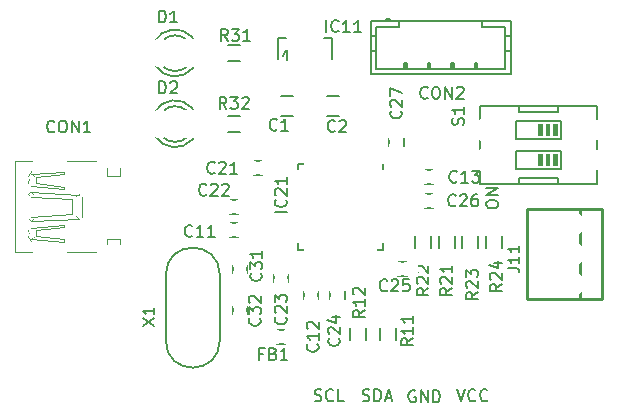
<source format=gto>
%TF.GenerationSoftware,KiCad,Pcbnew,4.0.1-stable*%
%TF.CreationDate,2016-10-12T20:15:11+09:00*%
%TF.ProjectId,I2C_MASTER,4932435F4D41535445522E6B69636164,rev?*%
%TF.FileFunction,Legend,Top*%
%FSLAX46Y46*%
G04 Gerber Fmt 4.6, Leading zero omitted, Abs format (unit mm)*
G04 Created by KiCad (PCBNEW 4.0.1-stable) date 10/12/16 20:15:11*
%MOMM*%
G01*
G04 APERTURE LIST*
%ADD10C,0.150000*%
%ADD11C,0.152400*%
%ADD12C,0.101600*%
%ADD13C,0.254000*%
%ADD14C,0.160000*%
%ADD15C,0.142240*%
%ADD16C,3.600000*%
%ADD17R,1.600000X1.150000*%
%ADD18R,1.400760X1.901140*%
%ADD19R,2.398980X3.399740*%
%ADD20R,0.650000X1.100000*%
%ADD21R,1.100000X0.650000*%
%ADD22R,1.687500X1.687500*%
%ADD23C,1.822400*%
%ADD24C,2.398980*%
%ADD25R,1.400000X1.650000*%
%ADD26R,1.200000X1.150000*%
%ADD27R,1.150000X1.200000*%
%ADD28R,1.300000X0.900000*%
%ADD29O,3.416000X1.908000*%
%ADD30R,2.400000X2.400000*%
%ADD31C,2.400000*%
%ADD32R,0.900000X1.300000*%
%ADD33C,1.299160*%
%ADD34R,2.899360X2.398980*%
%ADD35R,3.699460X2.398980*%
%ADD36R,3.498800X0.897840*%
%ADD37R,1.600000X2.100000*%
%ADD38O,1.600000X2.100000*%
G04 APERTURE END LIST*
D10*
X20650000Y-27400000D02*
X21350000Y-27400000D01*
X21350000Y-28600000D02*
X20650000Y-28600000D01*
X21100080Y-4200660D02*
X21349000Y-3900940D01*
X21349000Y-3900940D02*
X21450600Y-3751080D01*
X21450600Y-3751080D02*
X21450600Y-4599440D01*
X20749560Y-2699520D02*
X20749560Y-4500380D01*
X20749560Y-2699520D02*
X21399800Y-2699520D01*
X25250440Y-2699520D02*
X25250440Y-4500380D01*
X25250440Y-2699520D02*
X24600200Y-2699520D01*
X29625000Y-20625000D02*
X29100000Y-20625000D01*
X22375000Y-13375000D02*
X22900000Y-13375000D01*
X22375000Y-20625000D02*
X22900000Y-20625000D01*
X29625000Y-13375000D02*
X29625000Y-13900000D01*
X22375000Y-13375000D02*
X22375000Y-13900000D01*
X22375000Y-20625000D02*
X22375000Y-20100000D01*
X29625000Y-20625000D02*
X29625000Y-20100000D01*
X11214000Y-28334000D02*
G75*
G03X15786000Y-28334000I2286000J0D01*
G01*
X15786000Y-22746000D02*
G75*
G03X11214000Y-22746000I-2286000J0D01*
G01*
X11214000Y-22746000D02*
X11214000Y-28334000D01*
X15786000Y-22746000D02*
X15786000Y-28334000D01*
X21000000Y-9350000D02*
X22000000Y-9350000D01*
X22000000Y-7650000D02*
X21000000Y-7650000D01*
X25900000Y-7650000D02*
X24900000Y-7650000D01*
X24900000Y-9350000D02*
X25900000Y-9350000D01*
X17350000Y-19600000D02*
X16650000Y-19600000D01*
X16650000Y-18400000D02*
X17350000Y-18400000D01*
X22900000Y-24850000D02*
X22900000Y-24150000D01*
X24100000Y-24150000D02*
X24100000Y-24850000D01*
X33850000Y-15100000D02*
X33150000Y-15100000D01*
X33150000Y-13900000D02*
X33850000Y-13900000D01*
X19350000Y-14350000D02*
X18650000Y-14350000D01*
X18650000Y-13150000D02*
X19350000Y-13150000D01*
X17350000Y-17600000D02*
X16650000Y-17600000D01*
X16650000Y-16400000D02*
X17350000Y-16400000D01*
X21600000Y-22650000D02*
X21600000Y-23350000D01*
X20400000Y-23350000D02*
X20400000Y-22650000D01*
X25150000Y-24850000D02*
X25150000Y-24150000D01*
X26350000Y-24150000D02*
X26350000Y-24850000D01*
X30900000Y-21650000D02*
X31600000Y-21650000D01*
X31600000Y-22850000D02*
X30900000Y-22850000D01*
X33850000Y-17100000D02*
X33150000Y-17100000D01*
X33150000Y-15900000D02*
X33850000Y-15900000D01*
X31350000Y-11150000D02*
X31350000Y-11850000D01*
X30150000Y-11850000D02*
X30150000Y-11150000D01*
X16900000Y-22600000D02*
X16900000Y-21900000D01*
X18100000Y-21900000D02*
X18100000Y-22600000D01*
X18100000Y-25400000D02*
X18100000Y-26100000D01*
X16900000Y-26100000D02*
X16900000Y-25400000D01*
X30675000Y-27250000D02*
X30675000Y-28250000D01*
X29325000Y-28250000D02*
X29325000Y-27250000D01*
X28175000Y-27250000D02*
X28175000Y-28250000D01*
X26825000Y-28250000D02*
X26825000Y-27250000D01*
X34325000Y-20500000D02*
X34325000Y-19500000D01*
X35675000Y-19500000D02*
X35675000Y-20500000D01*
X32325000Y-20500000D02*
X32325000Y-19500000D01*
X33675000Y-19500000D02*
X33675000Y-20500000D01*
D11*
X47703000Y-15052000D02*
X47703000Y-8448000D01*
X37797000Y-8448000D02*
X37797000Y-15052000D01*
X37797000Y-15052000D02*
X41099000Y-15052000D01*
X44401000Y-15052000D02*
X44401000Y-14544000D01*
X44401000Y-14544000D02*
X41099000Y-14544000D01*
X41099000Y-14544000D02*
X41099000Y-15052000D01*
X44401000Y-15052000D02*
X47703000Y-15052000D01*
X41099000Y-15052000D02*
X44401000Y-15052000D01*
X47703000Y-8448000D02*
X44401000Y-8448000D01*
X41099000Y-8448000D02*
X41099000Y-8956000D01*
X41099000Y-8956000D02*
X44401000Y-8956000D01*
X44401000Y-8956000D02*
X44401000Y-8448000D01*
X41099000Y-8448000D02*
X37797000Y-8448000D01*
X44401000Y-8448000D02*
X41099000Y-8448000D01*
X40845000Y-11242000D02*
X44655000Y-11242000D01*
X40845000Y-11242000D02*
X40845000Y-9718000D01*
X44655000Y-9718000D02*
X40845000Y-9718000D01*
X44655000Y-9718000D02*
X44655000Y-11242000D01*
X40845000Y-13782000D02*
X44655000Y-13782000D01*
X40845000Y-13782000D02*
X40845000Y-12258000D01*
X44655000Y-12258000D02*
X40845000Y-12258000D01*
X44655000Y-12258000D02*
X44655000Y-13782000D01*
D10*
G36*
X43131000Y-10988000D02*
X43131000Y-9972000D01*
X42750000Y-9972000D01*
X42750000Y-10988000D01*
X43131000Y-10988000D01*
G37*
G36*
X43766000Y-10988000D02*
X43766000Y-9972000D01*
X43385000Y-9972000D01*
X43385000Y-10988000D01*
X43766000Y-10988000D01*
G37*
G36*
X44401000Y-10988000D02*
X44401000Y-9972000D01*
X44020000Y-9972000D01*
X44020000Y-10988000D01*
X44401000Y-10988000D01*
G37*
G36*
X43131000Y-13528000D02*
X43131000Y-12512000D01*
X42750000Y-12512000D01*
X42750000Y-13528000D01*
X43131000Y-13528000D01*
G37*
G36*
X43766000Y-13528000D02*
X43766000Y-12512000D01*
X43385000Y-12512000D01*
X43385000Y-13528000D01*
X43766000Y-13528000D01*
G37*
G36*
X44401000Y-13528000D02*
X44401000Y-12512000D01*
X44020000Y-12512000D01*
X44020000Y-13528000D01*
X44401000Y-13528000D01*
G37*
X13499000Y-2686000D02*
X13499000Y-2886000D01*
X13499000Y-5280000D02*
X13499000Y-5100000D01*
X10271256Y-4969643D02*
G75*
G03X13499000Y-5286000I1727744J1003643D01*
G01*
X10946994Y-5099068D02*
G75*
G03X13050000Y-5100000I1052006J1133068D01*
G01*
X13486220Y-2659274D02*
G75*
G03X10249000Y-3006000I-1497220J-1306726D01*
G01*
X13012889Y-2886747D02*
G75*
G03X10965000Y-2906000I-1013889J-1079253D01*
G01*
X13499000Y-8686000D02*
X13499000Y-8886000D01*
X13499000Y-11280000D02*
X13499000Y-11100000D01*
X10271256Y-10969643D02*
G75*
G03X13499000Y-11286000I1727744J1003643D01*
G01*
X10946994Y-11099068D02*
G75*
G03X13050000Y-11100000I1052006J1133068D01*
G01*
X13486220Y-8659274D02*
G75*
G03X10249000Y-9006000I-1497220J-1306726D01*
G01*
X13012889Y-8886747D02*
G75*
G03X10965000Y-8906000I-1013889J-1079253D01*
G01*
X16500000Y-3325000D02*
X17500000Y-3325000D01*
X17500000Y-4675000D02*
X16500000Y-4675000D01*
X16500000Y-9325000D02*
X17500000Y-9325000D01*
X17500000Y-10675000D02*
X16500000Y-10675000D01*
D12*
X7338780Y-14401580D02*
X6208480Y-14401580D01*
X-1520740Y-20845560D02*
X-1520740Y-13154440D01*
X7356560Y-19697480D02*
X6208480Y-19697480D01*
X-1518200Y-20840480D02*
X-1518200Y-20840480D01*
X-1518200Y-20840480D02*
X-1518200Y-13159520D01*
X2583900Y-14040900D02*
X-166920Y-14249180D01*
X121925Y-14415029D02*
G75*
G03X-166920Y-14249180I-265985J-128791D01*
G01*
X-107987Y-13986247D02*
G75*
G03X-426000Y-14457460I611627J-755693D01*
G01*
X-327339Y-14711609D02*
G75*
G03X-426000Y-15028960I183279J-230991D01*
G01*
X-166920Y-15237240D02*
X2583900Y-15496320D01*
X2583900Y-15496320D02*
X2583900Y-15288040D01*
X2583900Y-15288040D02*
X196300Y-15028960D01*
X196300Y-15028960D02*
X196300Y-14508260D01*
X196300Y-14508260D02*
X2583900Y-14249180D01*
X2583900Y-14249180D02*
X2583900Y-14040900D01*
X-166920Y-15755400D02*
X3881840Y-15963680D01*
X3653413Y-16145526D02*
G75*
G02X3881840Y-15963680I215727J-36594D01*
G01*
X41360Y-15963680D02*
G75*
G03X-166920Y-15755400I-208280J0D01*
G01*
X-375200Y-15963680D02*
X-375200Y-15963680D01*
X-166920Y-15755400D02*
G75*
G03X-375200Y-15963680I0J-208280D01*
G01*
X-166920Y-16169420D02*
X3259540Y-16377700D01*
X2583900Y-19956560D02*
X-166920Y-19750820D01*
X121925Y-19584971D02*
G75*
G02X-166920Y-19750820I-265985J128791D01*
G01*
X-106567Y-20013318D02*
G75*
G02X-426000Y-19542540I610207J757798D01*
G01*
X-327339Y-19288391D02*
G75*
G02X-426000Y-18971040I183279J230991D01*
G01*
X-166920Y-18762760D02*
X2583900Y-18503680D01*
X2583900Y-18503680D02*
X2583900Y-18711960D01*
X2583900Y-18711960D02*
X196300Y-18971040D01*
X196300Y-18971040D02*
X196300Y-19489200D01*
X196300Y-19489200D02*
X2583900Y-19750820D01*
X2583900Y-19750820D02*
X2583900Y-19956560D01*
X-166920Y-18244600D02*
X3881840Y-18036320D01*
X3653413Y-17854474D02*
G75*
G03X3881840Y-18036320I215727J36594D01*
G01*
X4090120Y-17828040D02*
X4090120Y-16169420D01*
X41360Y-18036320D02*
G75*
G02X-166920Y-18244600I-208280J0D01*
G01*
X-166920Y-18244600D02*
G75*
G02X-375200Y-18036320I0J208280D01*
G01*
X-166920Y-17828040D02*
X3259540Y-17622300D01*
X3259540Y-17622300D02*
X3259540Y-16377700D01*
X-1518200Y-20840480D02*
X-14520Y-20840480D01*
X-1518200Y-13159520D02*
X-14520Y-13159520D01*
X5482040Y-20845560D02*
X2797260Y-20845560D01*
X2848060Y-13154440D02*
X5382980Y-13154440D01*
X7338780Y-13677680D02*
X7338780Y-14401580D01*
X6208480Y-14401580D02*
X6208480Y-13677680D01*
X6208480Y-19697480D02*
X6208480Y-20322320D01*
X7356560Y-20329940D02*
X7356560Y-19697480D01*
D10*
X36325000Y-20500000D02*
X36325000Y-19500000D01*
X37675000Y-19500000D02*
X37675000Y-20500000D01*
X38325000Y-20500000D02*
X38325000Y-19500000D01*
X39675000Y-19500000D02*
X39675000Y-20500000D01*
D13*
X48175000Y-17190000D02*
X48175000Y-24810000D01*
X48175000Y-24810000D02*
X46270000Y-24810000D01*
X46270000Y-24810000D02*
X41825000Y-24810000D01*
X41825000Y-24810000D02*
X41825000Y-17190000D01*
X41825000Y-17190000D02*
X46270000Y-17190000D01*
X46270000Y-17190000D02*
X48175000Y-17190000D01*
X46270000Y-17190000D02*
X46270000Y-24810000D01*
D10*
X28550000Y-5800000D02*
X28550000Y-1300000D01*
X28550000Y-1300000D02*
X40450000Y-1300000D01*
X40450000Y-1300000D02*
X40450000Y-5800000D01*
X40450000Y-5800000D02*
X28550000Y-5800000D01*
X31000000Y-1300000D02*
X31000000Y-1800000D01*
X31000000Y-1800000D02*
X29050000Y-1800000D01*
X29050000Y-1800000D02*
X29050000Y-5300000D01*
X29050000Y-5300000D02*
X39950000Y-5300000D01*
X39950000Y-5300000D02*
X39950000Y-1800000D01*
X39950000Y-1800000D02*
X38000000Y-1800000D01*
X38000000Y-1800000D02*
X38000000Y-1300000D01*
X28550000Y-2500000D02*
X29050000Y-2500000D01*
X28550000Y-3800000D02*
X29050000Y-3800000D01*
X39950000Y-2500000D02*
X40450000Y-2500000D01*
X39950000Y-3800000D02*
X40450000Y-3800000D01*
X30200000Y-1300000D02*
X30200000Y-1100000D01*
X30200000Y-1100000D02*
X29900000Y-1100000D01*
X29900000Y-1100000D02*
X29900000Y-1300000D01*
X30200000Y-1200000D02*
X29900000Y-1200000D01*
X31400000Y-5300000D02*
X31400000Y-4800000D01*
X31400000Y-4800000D02*
X31600000Y-4800000D01*
X31600000Y-4800000D02*
X31600000Y-5300000D01*
X31500000Y-5300000D02*
X31500000Y-4800000D01*
X33400000Y-5300000D02*
X33400000Y-4800000D01*
X33400000Y-4800000D02*
X33600000Y-4800000D01*
X33600000Y-4800000D02*
X33600000Y-5300000D01*
X33500000Y-5300000D02*
X33500000Y-4800000D01*
X35400000Y-5300000D02*
X35400000Y-4800000D01*
X35400000Y-4800000D02*
X35600000Y-4800000D01*
X35600000Y-4800000D02*
X35600000Y-5300000D01*
X35500000Y-5300000D02*
X35500000Y-4800000D01*
X37400000Y-5300000D02*
X37400000Y-4800000D01*
X37400000Y-4800000D02*
X37600000Y-4800000D01*
X37600000Y-4800000D02*
X37600000Y-5300000D01*
X37500000Y-5300000D02*
X37500000Y-4800000D01*
X19466667Y-29428571D02*
X19133333Y-29428571D01*
X19133333Y-29952381D02*
X19133333Y-28952381D01*
X19609524Y-28952381D01*
X20323810Y-29428571D02*
X20466667Y-29476190D01*
X20514286Y-29523810D01*
X20561905Y-29619048D01*
X20561905Y-29761905D01*
X20514286Y-29857143D01*
X20466667Y-29904762D01*
X20371429Y-29952381D01*
X19990476Y-29952381D01*
X19990476Y-28952381D01*
X20323810Y-28952381D01*
X20419048Y-29000000D01*
X20466667Y-29047619D01*
X20514286Y-29142857D01*
X20514286Y-29238095D01*
X20466667Y-29333333D01*
X20419048Y-29380952D01*
X20323810Y-29428571D01*
X19990476Y-29428571D01*
X21514286Y-29952381D02*
X20942857Y-29952381D01*
X21228571Y-29952381D02*
X21228571Y-28952381D01*
X21133333Y-29095238D01*
X21038095Y-29190476D01*
X20942857Y-29238095D01*
X24797619Y-2202381D02*
X24797619Y-1202381D01*
X25845238Y-2107143D02*
X25797619Y-2154762D01*
X25654762Y-2202381D01*
X25559524Y-2202381D01*
X25416666Y-2154762D01*
X25321428Y-2059524D01*
X25273809Y-1964286D01*
X25226190Y-1773810D01*
X25226190Y-1630952D01*
X25273809Y-1440476D01*
X25321428Y-1345238D01*
X25416666Y-1250000D01*
X25559524Y-1202381D01*
X25654762Y-1202381D01*
X25797619Y-1250000D01*
X25845238Y-1297619D01*
X26797619Y-2202381D02*
X26226190Y-2202381D01*
X26511904Y-2202381D02*
X26511904Y-1202381D01*
X26416666Y-1345238D01*
X26321428Y-1440476D01*
X26226190Y-1488095D01*
X27750000Y-2202381D02*
X27178571Y-2202381D01*
X27464285Y-2202381D02*
X27464285Y-1202381D01*
X27369047Y-1345238D01*
X27273809Y-1440476D01*
X27178571Y-1488095D01*
X21452381Y-17452381D02*
X20452381Y-17452381D01*
X21357143Y-16404762D02*
X21404762Y-16452381D01*
X21452381Y-16595238D01*
X21452381Y-16690476D01*
X21404762Y-16833334D01*
X21309524Y-16928572D01*
X21214286Y-16976191D01*
X21023810Y-17023810D01*
X20880952Y-17023810D01*
X20690476Y-16976191D01*
X20595238Y-16928572D01*
X20500000Y-16833334D01*
X20452381Y-16690476D01*
X20452381Y-16595238D01*
X20500000Y-16452381D01*
X20547619Y-16404762D01*
X20547619Y-16023810D02*
X20500000Y-15976191D01*
X20452381Y-15880953D01*
X20452381Y-15642857D01*
X20500000Y-15547619D01*
X20547619Y-15500000D01*
X20642857Y-15452381D01*
X20738095Y-15452381D01*
X20880952Y-15500000D01*
X21452381Y-16071429D01*
X21452381Y-15452381D01*
X21452381Y-14500000D02*
X21452381Y-15071429D01*
X21452381Y-14785715D02*
X20452381Y-14785715D01*
X20595238Y-14880953D01*
X20690476Y-14976191D01*
X20738095Y-15071429D01*
X9252381Y-27109524D02*
X10252381Y-26442857D01*
X9252381Y-26442857D02*
X10252381Y-27109524D01*
X10252381Y-25538095D02*
X10252381Y-26109524D01*
X10252381Y-25823810D02*
X9252381Y-25823810D01*
X9395238Y-25919048D01*
X9490476Y-26014286D01*
X9538095Y-26109524D01*
X23809524Y-33404762D02*
X23952381Y-33452381D01*
X24190477Y-33452381D01*
X24285715Y-33404762D01*
X24333334Y-33357143D01*
X24380953Y-33261905D01*
X24380953Y-33166667D01*
X24333334Y-33071429D01*
X24285715Y-33023810D01*
X24190477Y-32976190D01*
X24000000Y-32928571D01*
X23904762Y-32880952D01*
X23857143Y-32833333D01*
X23809524Y-32738095D01*
X23809524Y-32642857D01*
X23857143Y-32547619D01*
X23904762Y-32500000D01*
X24000000Y-32452381D01*
X24238096Y-32452381D01*
X24380953Y-32500000D01*
X25380953Y-33357143D02*
X25333334Y-33404762D01*
X25190477Y-33452381D01*
X25095239Y-33452381D01*
X24952381Y-33404762D01*
X24857143Y-33309524D01*
X24809524Y-33214286D01*
X24761905Y-33023810D01*
X24761905Y-32880952D01*
X24809524Y-32690476D01*
X24857143Y-32595238D01*
X24952381Y-32500000D01*
X25095239Y-32452381D01*
X25190477Y-32452381D01*
X25333334Y-32500000D01*
X25380953Y-32547619D01*
X26285715Y-33452381D02*
X25809524Y-33452381D01*
X25809524Y-32452381D01*
X27885714Y-33404762D02*
X28028571Y-33452381D01*
X28266667Y-33452381D01*
X28361905Y-33404762D01*
X28409524Y-33357143D01*
X28457143Y-33261905D01*
X28457143Y-33166667D01*
X28409524Y-33071429D01*
X28361905Y-33023810D01*
X28266667Y-32976190D01*
X28076190Y-32928571D01*
X27980952Y-32880952D01*
X27933333Y-32833333D01*
X27885714Y-32738095D01*
X27885714Y-32642857D01*
X27933333Y-32547619D01*
X27980952Y-32500000D01*
X28076190Y-32452381D01*
X28314286Y-32452381D01*
X28457143Y-32500000D01*
X28885714Y-33452381D02*
X28885714Y-32452381D01*
X29123809Y-32452381D01*
X29266667Y-32500000D01*
X29361905Y-32595238D01*
X29409524Y-32690476D01*
X29457143Y-32880952D01*
X29457143Y-33023810D01*
X29409524Y-33214286D01*
X29361905Y-33309524D01*
X29266667Y-33404762D01*
X29123809Y-33452381D01*
X28885714Y-33452381D01*
X29838095Y-33166667D02*
X30314286Y-33166667D01*
X29742857Y-33452381D02*
X30076190Y-32452381D01*
X30409524Y-33452381D01*
X35866667Y-32452381D02*
X36200000Y-33452381D01*
X36533334Y-32452381D01*
X37438096Y-33357143D02*
X37390477Y-33404762D01*
X37247620Y-33452381D01*
X37152382Y-33452381D01*
X37009524Y-33404762D01*
X36914286Y-33309524D01*
X36866667Y-33214286D01*
X36819048Y-33023810D01*
X36819048Y-32880952D01*
X36866667Y-32690476D01*
X36914286Y-32595238D01*
X37009524Y-32500000D01*
X37152382Y-32452381D01*
X37247620Y-32452381D01*
X37390477Y-32500000D01*
X37438096Y-32547619D01*
X38438096Y-33357143D02*
X38390477Y-33404762D01*
X38247620Y-33452381D01*
X38152382Y-33452381D01*
X38009524Y-33404762D01*
X37914286Y-33309524D01*
X37866667Y-33214286D01*
X37819048Y-33023810D01*
X37819048Y-32880952D01*
X37866667Y-32690476D01*
X37914286Y-32595238D01*
X38009524Y-32500000D01*
X38152382Y-32452381D01*
X38247620Y-32452381D01*
X38390477Y-32500000D01*
X38438096Y-32547619D01*
X32338096Y-32600000D02*
X32242858Y-32552381D01*
X32100001Y-32552381D01*
X31957143Y-32600000D01*
X31861905Y-32695238D01*
X31814286Y-32790476D01*
X31766667Y-32980952D01*
X31766667Y-33123810D01*
X31814286Y-33314286D01*
X31861905Y-33409524D01*
X31957143Y-33504762D01*
X32100001Y-33552381D01*
X32195239Y-33552381D01*
X32338096Y-33504762D01*
X32385715Y-33457143D01*
X32385715Y-33123810D01*
X32195239Y-33123810D01*
X32814286Y-33552381D02*
X32814286Y-32552381D01*
X33385715Y-33552381D01*
X33385715Y-32552381D01*
X33861905Y-33552381D02*
X33861905Y-32552381D01*
X34100000Y-32552381D01*
X34242858Y-32600000D01*
X34338096Y-32695238D01*
X34385715Y-32790476D01*
X34433334Y-32980952D01*
X34433334Y-33123810D01*
X34385715Y-33314286D01*
X34338096Y-33409524D01*
X34242858Y-33504762D01*
X34100000Y-33552381D01*
X33861905Y-33552381D01*
X20633334Y-10457143D02*
X20585715Y-10504762D01*
X20442858Y-10552381D01*
X20347620Y-10552381D01*
X20204762Y-10504762D01*
X20109524Y-10409524D01*
X20061905Y-10314286D01*
X20014286Y-10123810D01*
X20014286Y-9980952D01*
X20061905Y-9790476D01*
X20109524Y-9695238D01*
X20204762Y-9600000D01*
X20347620Y-9552381D01*
X20442858Y-9552381D01*
X20585715Y-9600000D01*
X20633334Y-9647619D01*
X21585715Y-10552381D02*
X21014286Y-10552381D01*
X21300000Y-10552381D02*
X21300000Y-9552381D01*
X21204762Y-9695238D01*
X21109524Y-9790476D01*
X21014286Y-9838095D01*
X25533334Y-10557143D02*
X25485715Y-10604762D01*
X25342858Y-10652381D01*
X25247620Y-10652381D01*
X25104762Y-10604762D01*
X25009524Y-10509524D01*
X24961905Y-10414286D01*
X24914286Y-10223810D01*
X24914286Y-10080952D01*
X24961905Y-9890476D01*
X25009524Y-9795238D01*
X25104762Y-9700000D01*
X25247620Y-9652381D01*
X25342858Y-9652381D01*
X25485715Y-9700000D01*
X25533334Y-9747619D01*
X25914286Y-9747619D02*
X25961905Y-9700000D01*
X26057143Y-9652381D01*
X26295239Y-9652381D01*
X26390477Y-9700000D01*
X26438096Y-9747619D01*
X26485715Y-9842857D01*
X26485715Y-9938095D01*
X26438096Y-10080952D01*
X25866667Y-10652381D01*
X26485715Y-10652381D01*
X13457143Y-19457143D02*
X13409524Y-19504762D01*
X13266667Y-19552381D01*
X13171429Y-19552381D01*
X13028571Y-19504762D01*
X12933333Y-19409524D01*
X12885714Y-19314286D01*
X12838095Y-19123810D01*
X12838095Y-18980952D01*
X12885714Y-18790476D01*
X12933333Y-18695238D01*
X13028571Y-18600000D01*
X13171429Y-18552381D01*
X13266667Y-18552381D01*
X13409524Y-18600000D01*
X13457143Y-18647619D01*
X14409524Y-19552381D02*
X13838095Y-19552381D01*
X14123809Y-19552381D02*
X14123809Y-18552381D01*
X14028571Y-18695238D01*
X13933333Y-18790476D01*
X13838095Y-18838095D01*
X15361905Y-19552381D02*
X14790476Y-19552381D01*
X15076190Y-19552381D02*
X15076190Y-18552381D01*
X14980952Y-18695238D01*
X14885714Y-18790476D01*
X14790476Y-18838095D01*
X24057143Y-28642857D02*
X24104762Y-28690476D01*
X24152381Y-28833333D01*
X24152381Y-28928571D01*
X24104762Y-29071429D01*
X24009524Y-29166667D01*
X23914286Y-29214286D01*
X23723810Y-29261905D01*
X23580952Y-29261905D01*
X23390476Y-29214286D01*
X23295238Y-29166667D01*
X23200000Y-29071429D01*
X23152381Y-28928571D01*
X23152381Y-28833333D01*
X23200000Y-28690476D01*
X23247619Y-28642857D01*
X24152381Y-27690476D02*
X24152381Y-28261905D01*
X24152381Y-27976191D02*
X23152381Y-27976191D01*
X23295238Y-28071429D01*
X23390476Y-28166667D01*
X23438095Y-28261905D01*
X23247619Y-27309524D02*
X23200000Y-27261905D01*
X23152381Y-27166667D01*
X23152381Y-26928571D01*
X23200000Y-26833333D01*
X23247619Y-26785714D01*
X23342857Y-26738095D01*
X23438095Y-26738095D01*
X23580952Y-26785714D01*
X24152381Y-27357143D01*
X24152381Y-26738095D01*
X35857143Y-14857143D02*
X35809524Y-14904762D01*
X35666667Y-14952381D01*
X35571429Y-14952381D01*
X35428571Y-14904762D01*
X35333333Y-14809524D01*
X35285714Y-14714286D01*
X35238095Y-14523810D01*
X35238095Y-14380952D01*
X35285714Y-14190476D01*
X35333333Y-14095238D01*
X35428571Y-14000000D01*
X35571429Y-13952381D01*
X35666667Y-13952381D01*
X35809524Y-14000000D01*
X35857143Y-14047619D01*
X36809524Y-14952381D02*
X36238095Y-14952381D01*
X36523809Y-14952381D02*
X36523809Y-13952381D01*
X36428571Y-14095238D01*
X36333333Y-14190476D01*
X36238095Y-14238095D01*
X37142857Y-13952381D02*
X37761905Y-13952381D01*
X37428571Y-14333333D01*
X37571429Y-14333333D01*
X37666667Y-14380952D01*
X37714286Y-14428571D01*
X37761905Y-14523810D01*
X37761905Y-14761905D01*
X37714286Y-14857143D01*
X37666667Y-14904762D01*
X37571429Y-14952381D01*
X37285714Y-14952381D01*
X37190476Y-14904762D01*
X37142857Y-14857143D01*
X15357143Y-14107143D02*
X15309524Y-14154762D01*
X15166667Y-14202381D01*
X15071429Y-14202381D01*
X14928571Y-14154762D01*
X14833333Y-14059524D01*
X14785714Y-13964286D01*
X14738095Y-13773810D01*
X14738095Y-13630952D01*
X14785714Y-13440476D01*
X14833333Y-13345238D01*
X14928571Y-13250000D01*
X15071429Y-13202381D01*
X15166667Y-13202381D01*
X15309524Y-13250000D01*
X15357143Y-13297619D01*
X15738095Y-13297619D02*
X15785714Y-13250000D01*
X15880952Y-13202381D01*
X16119048Y-13202381D01*
X16214286Y-13250000D01*
X16261905Y-13297619D01*
X16309524Y-13392857D01*
X16309524Y-13488095D01*
X16261905Y-13630952D01*
X15690476Y-14202381D01*
X16309524Y-14202381D01*
X17261905Y-14202381D02*
X16690476Y-14202381D01*
X16976190Y-14202381D02*
X16976190Y-13202381D01*
X16880952Y-13345238D01*
X16785714Y-13440476D01*
X16690476Y-13488095D01*
X14657143Y-15957143D02*
X14609524Y-16004762D01*
X14466667Y-16052381D01*
X14371429Y-16052381D01*
X14228571Y-16004762D01*
X14133333Y-15909524D01*
X14085714Y-15814286D01*
X14038095Y-15623810D01*
X14038095Y-15480952D01*
X14085714Y-15290476D01*
X14133333Y-15195238D01*
X14228571Y-15100000D01*
X14371429Y-15052381D01*
X14466667Y-15052381D01*
X14609524Y-15100000D01*
X14657143Y-15147619D01*
X15038095Y-15147619D02*
X15085714Y-15100000D01*
X15180952Y-15052381D01*
X15419048Y-15052381D01*
X15514286Y-15100000D01*
X15561905Y-15147619D01*
X15609524Y-15242857D01*
X15609524Y-15338095D01*
X15561905Y-15480952D01*
X14990476Y-16052381D01*
X15609524Y-16052381D01*
X15990476Y-15147619D02*
X16038095Y-15100000D01*
X16133333Y-15052381D01*
X16371429Y-15052381D01*
X16466667Y-15100000D01*
X16514286Y-15147619D01*
X16561905Y-15242857D01*
X16561905Y-15338095D01*
X16514286Y-15480952D01*
X15942857Y-16052381D01*
X16561905Y-16052381D01*
X21357143Y-26342857D02*
X21404762Y-26390476D01*
X21452381Y-26533333D01*
X21452381Y-26628571D01*
X21404762Y-26771429D01*
X21309524Y-26866667D01*
X21214286Y-26914286D01*
X21023810Y-26961905D01*
X20880952Y-26961905D01*
X20690476Y-26914286D01*
X20595238Y-26866667D01*
X20500000Y-26771429D01*
X20452381Y-26628571D01*
X20452381Y-26533333D01*
X20500000Y-26390476D01*
X20547619Y-26342857D01*
X20547619Y-25961905D02*
X20500000Y-25914286D01*
X20452381Y-25819048D01*
X20452381Y-25580952D01*
X20500000Y-25485714D01*
X20547619Y-25438095D01*
X20642857Y-25390476D01*
X20738095Y-25390476D01*
X20880952Y-25438095D01*
X21452381Y-26009524D01*
X21452381Y-25390476D01*
X20452381Y-25057143D02*
X20452381Y-24438095D01*
X20833333Y-24771429D01*
X20833333Y-24628571D01*
X20880952Y-24533333D01*
X20928571Y-24485714D01*
X21023810Y-24438095D01*
X21261905Y-24438095D01*
X21357143Y-24485714D01*
X21404762Y-24533333D01*
X21452381Y-24628571D01*
X21452381Y-24914286D01*
X21404762Y-25009524D01*
X21357143Y-25057143D01*
X25857143Y-28142857D02*
X25904762Y-28190476D01*
X25952381Y-28333333D01*
X25952381Y-28428571D01*
X25904762Y-28571429D01*
X25809524Y-28666667D01*
X25714286Y-28714286D01*
X25523810Y-28761905D01*
X25380952Y-28761905D01*
X25190476Y-28714286D01*
X25095238Y-28666667D01*
X25000000Y-28571429D01*
X24952381Y-28428571D01*
X24952381Y-28333333D01*
X25000000Y-28190476D01*
X25047619Y-28142857D01*
X25047619Y-27761905D02*
X25000000Y-27714286D01*
X24952381Y-27619048D01*
X24952381Y-27380952D01*
X25000000Y-27285714D01*
X25047619Y-27238095D01*
X25142857Y-27190476D01*
X25238095Y-27190476D01*
X25380952Y-27238095D01*
X25952381Y-27809524D01*
X25952381Y-27190476D01*
X25285714Y-26333333D02*
X25952381Y-26333333D01*
X24904762Y-26571429D02*
X25619048Y-26809524D01*
X25619048Y-26190476D01*
X29957143Y-24057143D02*
X29909524Y-24104762D01*
X29766667Y-24152381D01*
X29671429Y-24152381D01*
X29528571Y-24104762D01*
X29433333Y-24009524D01*
X29385714Y-23914286D01*
X29338095Y-23723810D01*
X29338095Y-23580952D01*
X29385714Y-23390476D01*
X29433333Y-23295238D01*
X29528571Y-23200000D01*
X29671429Y-23152381D01*
X29766667Y-23152381D01*
X29909524Y-23200000D01*
X29957143Y-23247619D01*
X30338095Y-23247619D02*
X30385714Y-23200000D01*
X30480952Y-23152381D01*
X30719048Y-23152381D01*
X30814286Y-23200000D01*
X30861905Y-23247619D01*
X30909524Y-23342857D01*
X30909524Y-23438095D01*
X30861905Y-23580952D01*
X30290476Y-24152381D01*
X30909524Y-24152381D01*
X31814286Y-23152381D02*
X31338095Y-23152381D01*
X31290476Y-23628571D01*
X31338095Y-23580952D01*
X31433333Y-23533333D01*
X31671429Y-23533333D01*
X31766667Y-23580952D01*
X31814286Y-23628571D01*
X31861905Y-23723810D01*
X31861905Y-23961905D01*
X31814286Y-24057143D01*
X31766667Y-24104762D01*
X31671429Y-24152381D01*
X31433333Y-24152381D01*
X31338095Y-24104762D01*
X31290476Y-24057143D01*
X35757143Y-16857143D02*
X35709524Y-16904762D01*
X35566667Y-16952381D01*
X35471429Y-16952381D01*
X35328571Y-16904762D01*
X35233333Y-16809524D01*
X35185714Y-16714286D01*
X35138095Y-16523810D01*
X35138095Y-16380952D01*
X35185714Y-16190476D01*
X35233333Y-16095238D01*
X35328571Y-16000000D01*
X35471429Y-15952381D01*
X35566667Y-15952381D01*
X35709524Y-16000000D01*
X35757143Y-16047619D01*
X36138095Y-16047619D02*
X36185714Y-16000000D01*
X36280952Y-15952381D01*
X36519048Y-15952381D01*
X36614286Y-16000000D01*
X36661905Y-16047619D01*
X36709524Y-16142857D01*
X36709524Y-16238095D01*
X36661905Y-16380952D01*
X36090476Y-16952381D01*
X36709524Y-16952381D01*
X37566667Y-15952381D02*
X37376190Y-15952381D01*
X37280952Y-16000000D01*
X37233333Y-16047619D01*
X37138095Y-16190476D01*
X37090476Y-16380952D01*
X37090476Y-16761905D01*
X37138095Y-16857143D01*
X37185714Y-16904762D01*
X37280952Y-16952381D01*
X37471429Y-16952381D01*
X37566667Y-16904762D01*
X37614286Y-16857143D01*
X37661905Y-16761905D01*
X37661905Y-16523810D01*
X37614286Y-16428571D01*
X37566667Y-16380952D01*
X37471429Y-16333333D01*
X37280952Y-16333333D01*
X37185714Y-16380952D01*
X37138095Y-16428571D01*
X37090476Y-16523810D01*
X31107143Y-8892857D02*
X31154762Y-8940476D01*
X31202381Y-9083333D01*
X31202381Y-9178571D01*
X31154762Y-9321429D01*
X31059524Y-9416667D01*
X30964286Y-9464286D01*
X30773810Y-9511905D01*
X30630952Y-9511905D01*
X30440476Y-9464286D01*
X30345238Y-9416667D01*
X30250000Y-9321429D01*
X30202381Y-9178571D01*
X30202381Y-9083333D01*
X30250000Y-8940476D01*
X30297619Y-8892857D01*
X30297619Y-8511905D02*
X30250000Y-8464286D01*
X30202381Y-8369048D01*
X30202381Y-8130952D01*
X30250000Y-8035714D01*
X30297619Y-7988095D01*
X30392857Y-7940476D01*
X30488095Y-7940476D01*
X30630952Y-7988095D01*
X31202381Y-8559524D01*
X31202381Y-7940476D01*
X30202381Y-7607143D02*
X30202381Y-6940476D01*
X31202381Y-7369048D01*
X19257143Y-22642857D02*
X19304762Y-22690476D01*
X19352381Y-22833333D01*
X19352381Y-22928571D01*
X19304762Y-23071429D01*
X19209524Y-23166667D01*
X19114286Y-23214286D01*
X18923810Y-23261905D01*
X18780952Y-23261905D01*
X18590476Y-23214286D01*
X18495238Y-23166667D01*
X18400000Y-23071429D01*
X18352381Y-22928571D01*
X18352381Y-22833333D01*
X18400000Y-22690476D01*
X18447619Y-22642857D01*
X18352381Y-22309524D02*
X18352381Y-21690476D01*
X18733333Y-22023810D01*
X18733333Y-21880952D01*
X18780952Y-21785714D01*
X18828571Y-21738095D01*
X18923810Y-21690476D01*
X19161905Y-21690476D01*
X19257143Y-21738095D01*
X19304762Y-21785714D01*
X19352381Y-21880952D01*
X19352381Y-22166667D01*
X19304762Y-22261905D01*
X19257143Y-22309524D01*
X19352381Y-20738095D02*
X19352381Y-21309524D01*
X19352381Y-21023810D02*
X18352381Y-21023810D01*
X18495238Y-21119048D01*
X18590476Y-21214286D01*
X18638095Y-21309524D01*
X19157143Y-26442857D02*
X19204762Y-26490476D01*
X19252381Y-26633333D01*
X19252381Y-26728571D01*
X19204762Y-26871429D01*
X19109524Y-26966667D01*
X19014286Y-27014286D01*
X18823810Y-27061905D01*
X18680952Y-27061905D01*
X18490476Y-27014286D01*
X18395238Y-26966667D01*
X18300000Y-26871429D01*
X18252381Y-26728571D01*
X18252381Y-26633333D01*
X18300000Y-26490476D01*
X18347619Y-26442857D01*
X18252381Y-26109524D02*
X18252381Y-25490476D01*
X18633333Y-25823810D01*
X18633333Y-25680952D01*
X18680952Y-25585714D01*
X18728571Y-25538095D01*
X18823810Y-25490476D01*
X19061905Y-25490476D01*
X19157143Y-25538095D01*
X19204762Y-25585714D01*
X19252381Y-25680952D01*
X19252381Y-25966667D01*
X19204762Y-26061905D01*
X19157143Y-26109524D01*
X18347619Y-25109524D02*
X18300000Y-25061905D01*
X18252381Y-24966667D01*
X18252381Y-24728571D01*
X18300000Y-24633333D01*
X18347619Y-24585714D01*
X18442857Y-24538095D01*
X18538095Y-24538095D01*
X18680952Y-24585714D01*
X19252381Y-25157143D01*
X19252381Y-24538095D01*
X32152381Y-28142857D02*
X31676190Y-28476191D01*
X32152381Y-28714286D02*
X31152381Y-28714286D01*
X31152381Y-28333333D01*
X31200000Y-28238095D01*
X31247619Y-28190476D01*
X31342857Y-28142857D01*
X31485714Y-28142857D01*
X31580952Y-28190476D01*
X31628571Y-28238095D01*
X31676190Y-28333333D01*
X31676190Y-28714286D01*
X32152381Y-27190476D02*
X32152381Y-27761905D01*
X32152381Y-27476191D02*
X31152381Y-27476191D01*
X31295238Y-27571429D01*
X31390476Y-27666667D01*
X31438095Y-27761905D01*
X32152381Y-26238095D02*
X32152381Y-26809524D01*
X32152381Y-26523810D02*
X31152381Y-26523810D01*
X31295238Y-26619048D01*
X31390476Y-26714286D01*
X31438095Y-26809524D01*
X28052381Y-25742857D02*
X27576190Y-26076191D01*
X28052381Y-26314286D02*
X27052381Y-26314286D01*
X27052381Y-25933333D01*
X27100000Y-25838095D01*
X27147619Y-25790476D01*
X27242857Y-25742857D01*
X27385714Y-25742857D01*
X27480952Y-25790476D01*
X27528571Y-25838095D01*
X27576190Y-25933333D01*
X27576190Y-26314286D01*
X28052381Y-24790476D02*
X28052381Y-25361905D01*
X28052381Y-25076191D02*
X27052381Y-25076191D01*
X27195238Y-25171429D01*
X27290476Y-25266667D01*
X27338095Y-25361905D01*
X27147619Y-24409524D02*
X27100000Y-24361905D01*
X27052381Y-24266667D01*
X27052381Y-24028571D01*
X27100000Y-23933333D01*
X27147619Y-23885714D01*
X27242857Y-23838095D01*
X27338095Y-23838095D01*
X27480952Y-23885714D01*
X28052381Y-24457143D01*
X28052381Y-23838095D01*
X35452381Y-23892857D02*
X34976190Y-24226191D01*
X35452381Y-24464286D02*
X34452381Y-24464286D01*
X34452381Y-24083333D01*
X34500000Y-23988095D01*
X34547619Y-23940476D01*
X34642857Y-23892857D01*
X34785714Y-23892857D01*
X34880952Y-23940476D01*
X34928571Y-23988095D01*
X34976190Y-24083333D01*
X34976190Y-24464286D01*
X34547619Y-23511905D02*
X34500000Y-23464286D01*
X34452381Y-23369048D01*
X34452381Y-23130952D01*
X34500000Y-23035714D01*
X34547619Y-22988095D01*
X34642857Y-22940476D01*
X34738095Y-22940476D01*
X34880952Y-22988095D01*
X35452381Y-23559524D01*
X35452381Y-22940476D01*
X35452381Y-21988095D02*
X35452381Y-22559524D01*
X35452381Y-22273810D02*
X34452381Y-22273810D01*
X34595238Y-22369048D01*
X34690476Y-22464286D01*
X34738095Y-22559524D01*
X33452381Y-23892857D02*
X32976190Y-24226191D01*
X33452381Y-24464286D02*
X32452381Y-24464286D01*
X32452381Y-24083333D01*
X32500000Y-23988095D01*
X32547619Y-23940476D01*
X32642857Y-23892857D01*
X32785714Y-23892857D01*
X32880952Y-23940476D01*
X32928571Y-23988095D01*
X32976190Y-24083333D01*
X32976190Y-24464286D01*
X32547619Y-23511905D02*
X32500000Y-23464286D01*
X32452381Y-23369048D01*
X32452381Y-23130952D01*
X32500000Y-23035714D01*
X32547619Y-22988095D01*
X32642857Y-22940476D01*
X32738095Y-22940476D01*
X32880952Y-22988095D01*
X33452381Y-23559524D01*
X33452381Y-22940476D01*
X32547619Y-22559524D02*
X32500000Y-22511905D01*
X32452381Y-22416667D01*
X32452381Y-22178571D01*
X32500000Y-22083333D01*
X32547619Y-22035714D01*
X32642857Y-21988095D01*
X32738095Y-21988095D01*
X32880952Y-22035714D01*
X33452381Y-22607143D01*
X33452381Y-21988095D01*
D14*
X36404762Y-10059524D02*
X36452381Y-9916667D01*
X36452381Y-9678571D01*
X36404762Y-9583333D01*
X36357143Y-9535714D01*
X36261905Y-9488095D01*
X36166667Y-9488095D01*
X36071429Y-9535714D01*
X36023810Y-9583333D01*
X35976190Y-9678571D01*
X35928571Y-9869048D01*
X35880952Y-9964286D01*
X35833333Y-10011905D01*
X35738095Y-10059524D01*
X35642857Y-10059524D01*
X35547619Y-10011905D01*
X35500000Y-9964286D01*
X35452381Y-9869048D01*
X35452381Y-9630952D01*
X35500000Y-9488095D01*
X36452381Y-8535714D02*
X36452381Y-9107143D01*
X36452381Y-8821429D02*
X35452381Y-8821429D01*
X35595238Y-8916667D01*
X35690476Y-9011905D01*
X35738095Y-9107143D01*
X38352381Y-16871429D02*
X38352381Y-16680952D01*
X38400000Y-16585714D01*
X38495238Y-16490476D01*
X38685714Y-16442857D01*
X39019048Y-16442857D01*
X39209524Y-16490476D01*
X39304762Y-16585714D01*
X39352381Y-16680952D01*
X39352381Y-16871429D01*
X39304762Y-16966667D01*
X39209524Y-17061905D01*
X39019048Y-17109524D01*
X38685714Y-17109524D01*
X38495238Y-17061905D01*
X38400000Y-16966667D01*
X38352381Y-16871429D01*
X39352381Y-16014286D02*
X38352381Y-16014286D01*
X39352381Y-15442857D01*
X38352381Y-15442857D01*
D10*
X10651905Y-1392381D02*
X10651905Y-392381D01*
X10890000Y-392381D01*
X11032858Y-440000D01*
X11128096Y-535238D01*
X11175715Y-630476D01*
X11223334Y-820952D01*
X11223334Y-963810D01*
X11175715Y-1154286D01*
X11128096Y-1249524D01*
X11032858Y-1344762D01*
X10890000Y-1392381D01*
X10651905Y-1392381D01*
X12175715Y-1392381D02*
X11604286Y-1392381D01*
X11890000Y-1392381D02*
X11890000Y-392381D01*
X11794762Y-535238D01*
X11699524Y-630476D01*
X11604286Y-678095D01*
X10651905Y-7392381D02*
X10651905Y-6392381D01*
X10890000Y-6392381D01*
X11032858Y-6440000D01*
X11128096Y-6535238D01*
X11175715Y-6630476D01*
X11223334Y-6820952D01*
X11223334Y-6963810D01*
X11175715Y-7154286D01*
X11128096Y-7249524D01*
X11032858Y-7344762D01*
X10890000Y-7392381D01*
X10651905Y-7392381D01*
X11604286Y-6487619D02*
X11651905Y-6440000D01*
X11747143Y-6392381D01*
X11985239Y-6392381D01*
X12080477Y-6440000D01*
X12128096Y-6487619D01*
X12175715Y-6582857D01*
X12175715Y-6678095D01*
X12128096Y-6820952D01*
X11556667Y-7392381D01*
X12175715Y-7392381D01*
X16457143Y-2952381D02*
X16123809Y-2476190D01*
X15885714Y-2952381D02*
X15885714Y-1952381D01*
X16266667Y-1952381D01*
X16361905Y-2000000D01*
X16409524Y-2047619D01*
X16457143Y-2142857D01*
X16457143Y-2285714D01*
X16409524Y-2380952D01*
X16361905Y-2428571D01*
X16266667Y-2476190D01*
X15885714Y-2476190D01*
X16790476Y-1952381D02*
X17409524Y-1952381D01*
X17076190Y-2333333D01*
X17219048Y-2333333D01*
X17314286Y-2380952D01*
X17361905Y-2428571D01*
X17409524Y-2523810D01*
X17409524Y-2761905D01*
X17361905Y-2857143D01*
X17314286Y-2904762D01*
X17219048Y-2952381D01*
X16933333Y-2952381D01*
X16838095Y-2904762D01*
X16790476Y-2857143D01*
X18361905Y-2952381D02*
X17790476Y-2952381D01*
X18076190Y-2952381D02*
X18076190Y-1952381D01*
X17980952Y-2095238D01*
X17885714Y-2190476D01*
X17790476Y-2238095D01*
X16357143Y-8702381D02*
X16023809Y-8226190D01*
X15785714Y-8702381D02*
X15785714Y-7702381D01*
X16166667Y-7702381D01*
X16261905Y-7750000D01*
X16309524Y-7797619D01*
X16357143Y-7892857D01*
X16357143Y-8035714D01*
X16309524Y-8130952D01*
X16261905Y-8178571D01*
X16166667Y-8226190D01*
X15785714Y-8226190D01*
X16690476Y-7702381D02*
X17309524Y-7702381D01*
X16976190Y-8083333D01*
X17119048Y-8083333D01*
X17214286Y-8130952D01*
X17261905Y-8178571D01*
X17309524Y-8273810D01*
X17309524Y-8511905D01*
X17261905Y-8607143D01*
X17214286Y-8654762D01*
X17119048Y-8702381D01*
X16833333Y-8702381D01*
X16738095Y-8654762D01*
X16690476Y-8607143D01*
X17690476Y-7797619D02*
X17738095Y-7750000D01*
X17833333Y-7702381D01*
X18071429Y-7702381D01*
X18166667Y-7750000D01*
X18214286Y-7797619D01*
X18261905Y-7892857D01*
X18261905Y-7988095D01*
X18214286Y-8130952D01*
X17642857Y-8702381D01*
X18261905Y-8702381D01*
X1785715Y-10607143D02*
X1738096Y-10654762D01*
X1595239Y-10702381D01*
X1500001Y-10702381D01*
X1357143Y-10654762D01*
X1261905Y-10559524D01*
X1214286Y-10464286D01*
X1166667Y-10273810D01*
X1166667Y-10130952D01*
X1214286Y-9940476D01*
X1261905Y-9845238D01*
X1357143Y-9750000D01*
X1500001Y-9702381D01*
X1595239Y-9702381D01*
X1738096Y-9750000D01*
X1785715Y-9797619D01*
X2404762Y-9702381D02*
X2595239Y-9702381D01*
X2690477Y-9750000D01*
X2785715Y-9845238D01*
X2833334Y-10035714D01*
X2833334Y-10369048D01*
X2785715Y-10559524D01*
X2690477Y-10654762D01*
X2595239Y-10702381D01*
X2404762Y-10702381D01*
X2309524Y-10654762D01*
X2214286Y-10559524D01*
X2166667Y-10369048D01*
X2166667Y-10035714D01*
X2214286Y-9845238D01*
X2309524Y-9750000D01*
X2404762Y-9702381D01*
X3261905Y-10702381D02*
X3261905Y-9702381D01*
X3833334Y-10702381D01*
X3833334Y-9702381D01*
X4833334Y-10702381D02*
X4261905Y-10702381D01*
X4547619Y-10702381D02*
X4547619Y-9702381D01*
X4452381Y-9845238D01*
X4357143Y-9940476D01*
X4261905Y-9988095D01*
X37652381Y-24242857D02*
X37176190Y-24576191D01*
X37652381Y-24814286D02*
X36652381Y-24814286D01*
X36652381Y-24433333D01*
X36700000Y-24338095D01*
X36747619Y-24290476D01*
X36842857Y-24242857D01*
X36985714Y-24242857D01*
X37080952Y-24290476D01*
X37128571Y-24338095D01*
X37176190Y-24433333D01*
X37176190Y-24814286D01*
X36747619Y-23861905D02*
X36700000Y-23814286D01*
X36652381Y-23719048D01*
X36652381Y-23480952D01*
X36700000Y-23385714D01*
X36747619Y-23338095D01*
X36842857Y-23290476D01*
X36938095Y-23290476D01*
X37080952Y-23338095D01*
X37652381Y-23909524D01*
X37652381Y-23290476D01*
X36652381Y-22957143D02*
X36652381Y-22338095D01*
X37033333Y-22671429D01*
X37033333Y-22528571D01*
X37080952Y-22433333D01*
X37128571Y-22385714D01*
X37223810Y-22338095D01*
X37461905Y-22338095D01*
X37557143Y-22385714D01*
X37604762Y-22433333D01*
X37652381Y-22528571D01*
X37652381Y-22814286D01*
X37604762Y-22909524D01*
X37557143Y-22957143D01*
X39652381Y-23542857D02*
X39176190Y-23876191D01*
X39652381Y-24114286D02*
X38652381Y-24114286D01*
X38652381Y-23733333D01*
X38700000Y-23638095D01*
X38747619Y-23590476D01*
X38842857Y-23542857D01*
X38985714Y-23542857D01*
X39080952Y-23590476D01*
X39128571Y-23638095D01*
X39176190Y-23733333D01*
X39176190Y-24114286D01*
X38747619Y-23161905D02*
X38700000Y-23114286D01*
X38652381Y-23019048D01*
X38652381Y-22780952D01*
X38700000Y-22685714D01*
X38747619Y-22638095D01*
X38842857Y-22590476D01*
X38938095Y-22590476D01*
X39080952Y-22638095D01*
X39652381Y-23209524D01*
X39652381Y-22590476D01*
X38985714Y-21733333D02*
X39652381Y-21733333D01*
X38604762Y-21971429D02*
X39319048Y-22209524D01*
X39319048Y-21590476D01*
D15*
X40188838Y-22194419D02*
X40878267Y-22194419D01*
X41016152Y-22240381D01*
X41108076Y-22332305D01*
X41154038Y-22470190D01*
X41154038Y-22562114D01*
X41154038Y-21229220D02*
X41154038Y-21780762D01*
X41154038Y-21504991D02*
X40188838Y-21504991D01*
X40326724Y-21596915D01*
X40418648Y-21688839D01*
X40464610Y-21780762D01*
X41154038Y-20309982D02*
X41154038Y-20861524D01*
X41154038Y-20585753D02*
X40188838Y-20585753D01*
X40326724Y-20677677D01*
X40418648Y-20769601D01*
X40464610Y-20861524D01*
D10*
X33385715Y-7757143D02*
X33338096Y-7804762D01*
X33195239Y-7852381D01*
X33100001Y-7852381D01*
X32957143Y-7804762D01*
X32861905Y-7709524D01*
X32814286Y-7614286D01*
X32766667Y-7423810D01*
X32766667Y-7280952D01*
X32814286Y-7090476D01*
X32861905Y-6995238D01*
X32957143Y-6900000D01*
X33100001Y-6852381D01*
X33195239Y-6852381D01*
X33338096Y-6900000D01*
X33385715Y-6947619D01*
X34004762Y-6852381D02*
X34195239Y-6852381D01*
X34290477Y-6900000D01*
X34385715Y-6995238D01*
X34433334Y-7185714D01*
X34433334Y-7519048D01*
X34385715Y-7709524D01*
X34290477Y-7804762D01*
X34195239Y-7852381D01*
X34004762Y-7852381D01*
X33909524Y-7804762D01*
X33814286Y-7709524D01*
X33766667Y-7519048D01*
X33766667Y-7185714D01*
X33814286Y-6995238D01*
X33909524Y-6900000D01*
X34004762Y-6852381D01*
X34861905Y-7852381D02*
X34861905Y-6852381D01*
X35433334Y-7852381D01*
X35433334Y-6852381D01*
X35861905Y-6947619D02*
X35909524Y-6900000D01*
X36004762Y-6852381D01*
X36242858Y-6852381D01*
X36338096Y-6900000D01*
X36385715Y-6947619D01*
X36433334Y-7042857D01*
X36433334Y-7138095D01*
X36385715Y-7280952D01*
X35814286Y-7852381D01*
X36433334Y-7852381D01*
%LPC*%
D16*
X5000000Y-29500000D03*
X5000000Y-4500000D03*
X45000000Y-4500000D03*
X45000000Y-29500000D03*
D17*
X20050000Y-28000000D03*
X21950000Y-28000000D03*
D18*
X21498860Y-5851660D03*
X23000000Y-5851660D03*
X24501140Y-5851660D03*
D19*
X23000000Y-2900180D03*
D10*
G36*
X24200760Y-4174650D02*
X23700380Y-5323950D01*
X22299620Y-5323950D01*
X21799240Y-4174650D01*
X24200760Y-4174650D01*
X24200760Y-4174650D01*
G37*
D20*
X28750000Y-13600000D03*
X28250000Y-13600000D03*
X27750000Y-13600000D03*
X27250000Y-13600000D03*
X26750000Y-13600000D03*
X26250000Y-13600000D03*
X25750000Y-13600000D03*
X25250000Y-13600000D03*
X24750000Y-13600000D03*
X24250000Y-13600000D03*
X23750000Y-13600000D03*
X23250000Y-13600000D03*
D21*
X22600000Y-14250000D03*
X22600000Y-14750000D03*
X22600000Y-15250000D03*
X22600000Y-15750000D03*
X22600000Y-16250000D03*
X22600000Y-16750000D03*
X22600000Y-17250000D03*
X22600000Y-17750000D03*
X22600000Y-18250000D03*
X22600000Y-18750000D03*
X22600000Y-19250000D03*
X22600000Y-19750000D03*
D20*
X23250000Y-20400000D03*
X23750000Y-20400000D03*
X24250000Y-20400000D03*
X24750000Y-20400000D03*
X25250000Y-20400000D03*
X25750000Y-20400000D03*
X26250000Y-20400000D03*
X26750000Y-20400000D03*
X27250000Y-20400000D03*
X27750000Y-20400000D03*
X28250000Y-20400000D03*
X28750000Y-20400000D03*
D21*
X29400000Y-19750000D03*
X29400000Y-19250000D03*
X29400000Y-18750000D03*
X29400000Y-18250000D03*
X29400000Y-17750000D03*
X29400000Y-17250000D03*
X29400000Y-16750000D03*
X29400000Y-16250000D03*
X29400000Y-15750000D03*
X29400000Y-15250000D03*
X29400000Y-14750000D03*
X29400000Y-14250000D03*
D22*
X24068750Y-18931250D03*
X25356250Y-18931250D03*
X26643750Y-18931250D03*
X27931250Y-18931250D03*
X24068750Y-17643750D03*
X25356250Y-17643750D03*
X26643750Y-17643750D03*
X27931250Y-17643750D03*
X24068750Y-16356250D03*
X25356250Y-16356250D03*
X26643750Y-16356250D03*
X27931250Y-16356250D03*
X24068750Y-15068750D03*
X25356250Y-15068750D03*
X26643750Y-15068750D03*
X27931250Y-15068750D03*
D23*
X13500000Y-23000000D03*
X13500000Y-28080000D03*
D24*
X25000000Y-31000000D03*
X29000000Y-31000000D03*
X37000000Y-31000000D03*
X33000000Y-31000000D03*
D25*
X22500000Y-8500000D03*
X20500000Y-8500000D03*
X24400000Y-8500000D03*
X26400000Y-8500000D03*
D26*
X17750000Y-19000000D03*
X16250000Y-19000000D03*
D27*
X23500000Y-25250000D03*
X23500000Y-23750000D03*
D26*
X34250000Y-14500000D03*
X32750000Y-14500000D03*
X19750000Y-13750000D03*
X18250000Y-13750000D03*
X17750000Y-17000000D03*
X16250000Y-17000000D03*
D27*
X21000000Y-22250000D03*
X21000000Y-23750000D03*
X25750000Y-25250000D03*
X25750000Y-23750000D03*
D26*
X30500000Y-22250000D03*
X32000000Y-22250000D03*
X34250000Y-16500000D03*
X32750000Y-16500000D03*
D27*
X30750000Y-10750000D03*
X30750000Y-12250000D03*
X17500000Y-23000000D03*
X17500000Y-21500000D03*
X17500000Y-25000000D03*
X17500000Y-26500000D03*
D28*
X30000000Y-28500000D03*
X30000000Y-27000000D03*
X27500000Y-28500000D03*
X27500000Y-27000000D03*
X35000000Y-19250000D03*
X35000000Y-20750000D03*
X33000000Y-19250000D03*
X33000000Y-20750000D03*
D29*
X46560000Y-13020000D03*
X46560000Y-10480000D03*
X38940000Y-10480000D03*
X38940000Y-13020000D03*
D30*
X13300000Y-4000000D03*
D31*
X10760000Y-4000000D03*
D30*
X13300000Y-10000000D03*
D31*
X10760000Y-10000000D03*
D32*
X17750000Y-4000000D03*
X16250000Y-4000000D03*
X17750000Y-10000000D03*
X16250000Y-10000000D03*
D33*
X4400000Y-14800360D03*
X4400000Y-19199640D03*
D34*
X1400260Y-21447540D03*
X1400260Y-12552460D03*
D35*
X7298140Y-21447540D03*
X7298140Y-12552460D03*
D36*
X7399740Y-15402340D03*
X7399740Y-16202440D03*
X7399740Y-17000000D03*
X7399740Y-17797560D03*
X7399740Y-18597660D03*
D28*
X37000000Y-19250000D03*
X37000000Y-20750000D03*
X39000000Y-19250000D03*
X39000000Y-20750000D03*
D29*
X45000000Y-18460000D03*
X45000000Y-21000000D03*
X45000000Y-23540000D03*
D37*
X30500000Y-3000000D03*
D38*
X32500000Y-3000000D03*
X34500000Y-3000000D03*
X36500000Y-3000000D03*
X38500000Y-3000000D03*
M02*

</source>
